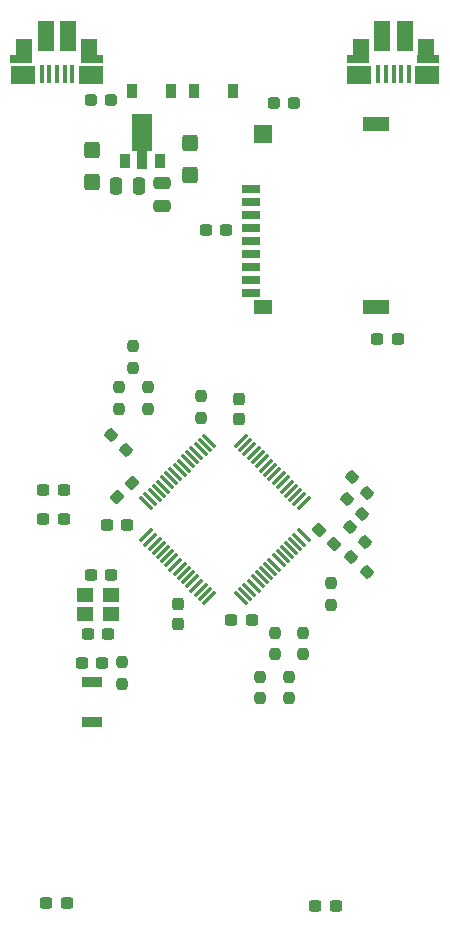
<source format=gtp>
%TF.GenerationSoftware,KiCad,Pcbnew,(6.0.0)*%
%TF.CreationDate,2022-07-08T16:33:04-04:00*%
%TF.ProjectId,CH32V307_RCT6,43483332-5633-4303-975f-524354362e6b,rev?*%
%TF.SameCoordinates,Original*%
%TF.FileFunction,Paste,Top*%
%TF.FilePolarity,Positive*%
%FSLAX46Y46*%
G04 Gerber Fmt 4.6, Leading zero omitted, Abs format (unit mm)*
G04 Created by KiCad (PCBNEW (6.0.0)) date 2022-07-08 16:33:04*
%MOMM*%
%LPD*%
G01*
G04 APERTURE LIST*
G04 Aperture macros list*
%AMRoundRect*
0 Rectangle with rounded corners*
0 $1 Rounding radius*
0 $2 $3 $4 $5 $6 $7 $8 $9 X,Y pos of 4 corners*
0 Add a 4 corners polygon primitive as box body*
4,1,4,$2,$3,$4,$5,$6,$7,$8,$9,$2,$3,0*
0 Add four circle primitives for the rounded corners*
1,1,$1+$1,$2,$3*
1,1,$1+$1,$4,$5*
1,1,$1+$1,$6,$7*
1,1,$1+$1,$8,$9*
0 Add four rect primitives between the rounded corners*
20,1,$1+$1,$2,$3,$4,$5,0*
20,1,$1+$1,$4,$5,$6,$7,0*
20,1,$1+$1,$6,$7,$8,$9,0*
20,1,$1+$1,$8,$9,$2,$3,0*%
%AMFreePoly0*
4,1,9,3.862500,-0.866500,0.737500,-0.866500,0.737500,-0.450000,-0.737500,-0.450000,-0.737500,0.450000,0.737500,0.450000,0.737500,0.866500,3.862500,0.866500,3.862500,-0.866500,3.862500,-0.866500,$1*%
G04 Aperture macros list end*
%ADD10RoundRect,0.237500X0.344715X-0.008839X-0.008839X0.344715X-0.344715X0.008839X0.008839X-0.344715X0*%
%ADD11RoundRect,0.237500X0.237500X-0.300000X0.237500X0.300000X-0.237500X0.300000X-0.237500X-0.300000X0*%
%ADD12RoundRect,0.237500X0.237500X-0.250000X0.237500X0.250000X-0.237500X0.250000X-0.237500X-0.250000X0*%
%ADD13RoundRect,0.250000X-0.425000X0.450000X-0.425000X-0.450000X0.425000X-0.450000X0.425000X0.450000X0*%
%ADD14RoundRect,0.237500X-0.344715X0.008839X0.008839X-0.344715X0.344715X-0.008839X-0.008839X0.344715X0*%
%ADD15RoundRect,0.237500X0.300000X0.237500X-0.300000X0.237500X-0.300000X-0.237500X0.300000X-0.237500X0*%
%ADD16RoundRect,0.075000X-0.441942X-0.548008X0.548008X0.441942X0.441942X0.548008X-0.548008X-0.441942X0*%
%ADD17RoundRect,0.075000X0.441942X-0.548008X0.548008X-0.441942X-0.441942X0.548008X-0.548008X0.441942X0*%
%ADD18RoundRect,0.237500X-0.237500X0.250000X-0.237500X-0.250000X0.237500X-0.250000X0.237500X0.250000X0*%
%ADD19R,0.900000X1.200000*%
%ADD20R,1.400000X1.150000*%
%ADD21R,0.400000X1.650000*%
%ADD22R,1.825000X0.700000*%
%ADD23R,1.430000X2.500000*%
%ADD24R,1.350000X2.000000*%
%ADD25R,2.000000X1.500000*%
%ADD26R,1.700000X0.900000*%
%ADD27R,0.900000X1.300000*%
%ADD28FreePoly0,90.000000*%
%ADD29RoundRect,0.237500X-0.300000X-0.237500X0.300000X-0.237500X0.300000X0.237500X-0.300000X0.237500X0*%
%ADD30RoundRect,0.250000X0.250000X0.475000X-0.250000X0.475000X-0.250000X-0.475000X0.250000X-0.475000X0*%
%ADD31RoundRect,0.237500X0.287500X0.237500X-0.287500X0.237500X-0.287500X-0.237500X0.287500X-0.237500X0*%
%ADD32R,1.600000X0.700000*%
%ADD33R,1.500000X1.200000*%
%ADD34R,2.200000X1.200000*%
%ADD35R,1.500000X1.600000*%
%ADD36RoundRect,0.237500X-0.380070X0.044194X0.044194X-0.380070X0.380070X-0.044194X-0.044194X0.380070X0*%
%ADD37RoundRect,0.250000X-0.475000X0.250000X-0.475000X-0.250000X0.475000X-0.250000X0.475000X0.250000X0*%
%ADD38RoundRect,0.237500X-0.287500X-0.237500X0.287500X-0.237500X0.287500X0.237500X-0.287500X0.237500X0*%
%ADD39RoundRect,0.237500X-0.044194X-0.380070X0.380070X0.044194X0.044194X0.380070X-0.380070X-0.044194X0*%
%ADD40RoundRect,0.237500X-0.237500X0.300000X-0.237500X-0.300000X0.237500X-0.300000X0.237500X0.300000X0*%
G04 APERTURE END LIST*
D10*
%TO.C,R10*%
X141645235Y-86645235D03*
X140354765Y-85354765D03*
%TD*%
D11*
%TO.C,C2*%
X151200000Y-84000000D03*
X151200000Y-82275000D03*
%TD*%
D12*
%TO.C,R11*%
X148000000Y-83912500D03*
X148000000Y-82087500D03*
%TD*%
D13*
%TO.C,C12*%
X147000000Y-60650000D03*
X147000000Y-63350000D03*
%TD*%
D14*
%TO.C,R2*%
X160354765Y-90754765D03*
X161645235Y-92045235D03*
%TD*%
D15*
%TO.C,C17*%
X164612500Y-77250000D03*
X162887500Y-77250000D03*
%TD*%
D13*
%TO.C,C13*%
X138750000Y-61250000D03*
X138750000Y-63950000D03*
%TD*%
D16*
%TO.C,U1*%
X143335519Y-93861181D03*
X143689072Y-94214734D03*
X144042625Y-94568287D03*
X144396179Y-94921841D03*
X144749732Y-95275394D03*
X145103286Y-95628948D03*
X145456839Y-95982501D03*
X145810392Y-96336054D03*
X146163946Y-96689608D03*
X146517499Y-97043161D03*
X146871052Y-97396714D03*
X147224606Y-97750268D03*
X147578159Y-98103821D03*
X147931713Y-98457375D03*
X148285266Y-98810928D03*
X148638819Y-99164481D03*
D17*
X151361181Y-99164481D03*
X151714734Y-98810928D03*
X152068287Y-98457375D03*
X152421841Y-98103821D03*
X152775394Y-97750268D03*
X153128948Y-97396714D03*
X153482501Y-97043161D03*
X153836054Y-96689608D03*
X154189608Y-96336054D03*
X154543161Y-95982501D03*
X154896714Y-95628948D03*
X155250268Y-95275394D03*
X155603821Y-94921841D03*
X155957375Y-94568287D03*
X156310928Y-94214734D03*
X156664481Y-93861181D03*
D16*
X156664481Y-91138819D03*
X156310928Y-90785266D03*
X155957375Y-90431713D03*
X155603821Y-90078159D03*
X155250268Y-89724606D03*
X154896714Y-89371052D03*
X154543161Y-89017499D03*
X154189608Y-88663946D03*
X153836054Y-88310392D03*
X153482501Y-87956839D03*
X153128948Y-87603286D03*
X152775394Y-87249732D03*
X152421841Y-86896179D03*
X152068287Y-86542625D03*
X151714734Y-86189072D03*
X151361181Y-85835519D03*
D17*
X148638819Y-85835519D03*
X148285266Y-86189072D03*
X147931713Y-86542625D03*
X147578159Y-86896179D03*
X147224606Y-87249732D03*
X146871052Y-87603286D03*
X146517499Y-87956839D03*
X146163946Y-88310392D03*
X145810392Y-88663946D03*
X145456839Y-89017499D03*
X145103286Y-89371052D03*
X144749732Y-89724606D03*
X144396179Y-90078159D03*
X144042625Y-90431713D03*
X143689072Y-90785266D03*
X143335519Y-91138819D03*
%TD*%
D18*
%TO.C,R7*%
X154200000Y-102087500D03*
X154200000Y-103912500D03*
%TD*%
D19*
%TO.C,D1*%
X147350000Y-56250000D03*
X150650000Y-56250000D03*
%TD*%
D18*
%TO.C,R8*%
X153000000Y-105837500D03*
X153000000Y-107662500D03*
%TD*%
D20*
%TO.C,Y1*%
X138150000Y-100500000D03*
X140350000Y-100500000D03*
X140350000Y-98900000D03*
X138150000Y-98900000D03*
%TD*%
D21*
%TO.C,J1*%
X165575000Y-54765000D03*
X164925000Y-54765000D03*
X164275000Y-54765000D03*
X163625000Y-54765000D03*
X162975000Y-54765000D03*
D22*
X167225000Y-53565000D03*
D23*
X165235000Y-51615000D03*
D22*
X161275000Y-53565000D03*
D24*
X161525000Y-52815000D03*
D23*
X163315000Y-51615000D03*
D25*
X167125000Y-54865000D03*
X161375000Y-54885000D03*
D24*
X167005000Y-52815000D03*
%TD*%
D19*
%TO.C,D2*%
X145400000Y-56250000D03*
X142100000Y-56250000D03*
%TD*%
D15*
%TO.C,C10*%
X150112500Y-68000000D03*
X148387500Y-68000000D03*
%TD*%
D18*
%TO.C,R5*%
X156600000Y-102087500D03*
X156600000Y-103912500D03*
%TD*%
D26*
%TO.C,SW1*%
X138750000Y-106250000D03*
X138750000Y-109650000D03*
%TD*%
D27*
%TO.C,U2*%
X141500000Y-62150000D03*
D28*
X143000000Y-62062500D03*
D27*
X144500000Y-62150000D03*
%TD*%
D12*
%TO.C,R12*%
X143500000Y-83162500D03*
X143500000Y-81337500D03*
%TD*%
D15*
%TO.C,C3*%
X141712500Y-93000000D03*
X139987500Y-93000000D03*
%TD*%
D29*
%TO.C,C19*%
X134887500Y-125000000D03*
X136612500Y-125000000D03*
%TD*%
D30*
%TO.C,C14*%
X142700000Y-64250000D03*
X140800000Y-64250000D03*
%TD*%
D29*
%TO.C,C18*%
X157637500Y-125250000D03*
X159362500Y-125250000D03*
%TD*%
D18*
%TO.C,R6*%
X155400000Y-105837500D03*
X155400000Y-107662500D03*
%TD*%
D31*
%TO.C,F2*%
X155875000Y-57250000D03*
X154125000Y-57250000D03*
%TD*%
D32*
%TO.C,J5*%
X152200000Y-64500000D03*
X152200000Y-65600000D03*
X152200000Y-66700000D03*
X152200000Y-67800000D03*
X152200000Y-68900000D03*
X152200000Y-70000000D03*
X152200000Y-71100000D03*
X152200000Y-72200000D03*
D33*
X153200000Y-74500000D03*
D34*
X162800000Y-74500000D03*
D35*
X153200000Y-59900000D03*
D34*
X162800000Y-59000000D03*
D32*
X152200000Y-73300000D03*
%TD*%
D36*
%TO.C,C6*%
X157990120Y-93390120D03*
X159209880Y-94609880D03*
%TD*%
D15*
%TO.C,C15*%
X136362500Y-90000000D03*
X134637500Y-90000000D03*
%TD*%
D18*
%TO.C,R9*%
X159000000Y-97887500D03*
X159000000Y-99712500D03*
%TD*%
D37*
%TO.C,C11*%
X144700000Y-64050000D03*
X144700000Y-65950000D03*
%TD*%
D12*
%TO.C,R14*%
X141000000Y-83162500D03*
X141000000Y-81337500D03*
%TD*%
D18*
%TO.C,R15*%
X141250000Y-104587500D03*
X141250000Y-106412500D03*
%TD*%
D38*
%TO.C,F1*%
X138625000Y-57000000D03*
X140375000Y-57000000D03*
%TD*%
D15*
%TO.C,C7*%
X139612500Y-104700000D03*
X137887500Y-104700000D03*
%TD*%
%TO.C,C4*%
X152262500Y-101000000D03*
X150537500Y-101000000D03*
%TD*%
D21*
%TO.C,J2*%
X137075000Y-54765000D03*
X136425000Y-54765000D03*
X135775000Y-54765000D03*
X135125000Y-54765000D03*
X134475000Y-54765000D03*
D24*
X133025000Y-52815000D03*
X138505000Y-52815000D03*
D25*
X138625000Y-54865000D03*
D22*
X132775000Y-53565000D03*
D23*
X134815000Y-51615000D03*
X136735000Y-51615000D03*
D25*
X132875000Y-54885000D03*
D22*
X138725000Y-53565000D03*
%TD*%
D14*
%TO.C,R4*%
X160709530Y-95709530D03*
X162000000Y-97000000D03*
%TD*%
D12*
%TO.C,R13*%
X142250000Y-79662500D03*
X142250000Y-77837500D03*
%TD*%
D39*
%TO.C,C1*%
X140890120Y-90609880D03*
X142109880Y-89390120D03*
%TD*%
D29*
%TO.C,C8*%
X138637500Y-97200000D03*
X140362500Y-97200000D03*
%TD*%
D15*
%TO.C,C16*%
X136362500Y-92500000D03*
X134637500Y-92500000D03*
%TD*%
D14*
%TO.C,R3*%
X160554765Y-93154765D03*
X161845235Y-94445235D03*
%TD*%
%TO.C,R1*%
X160754765Y-88954765D03*
X162045235Y-90245235D03*
%TD*%
D40*
%TO.C,C5*%
X146000000Y-99637500D03*
X146000000Y-101362500D03*
%TD*%
D29*
%TO.C,C9*%
X138387500Y-102200000D03*
X140112500Y-102200000D03*
%TD*%
M02*

</source>
